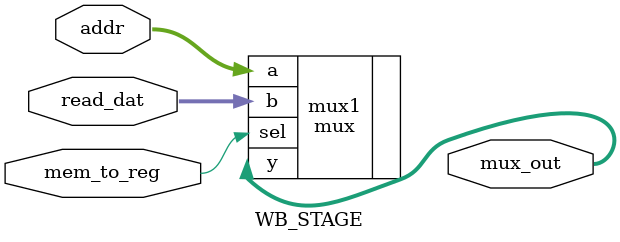
<source format=v>
`timescale 1ns / 1ps

module WB_STAGE(
    input mem_to_reg,
    input [31:0] read_dat, addr,
    output [31:0] mux_out
    );
    
    mux mux1(
        .a(addr),
        .b(read_dat),
        .sel(mem_to_reg),
        .y(mux_out)
    );
endmodule
</source>
